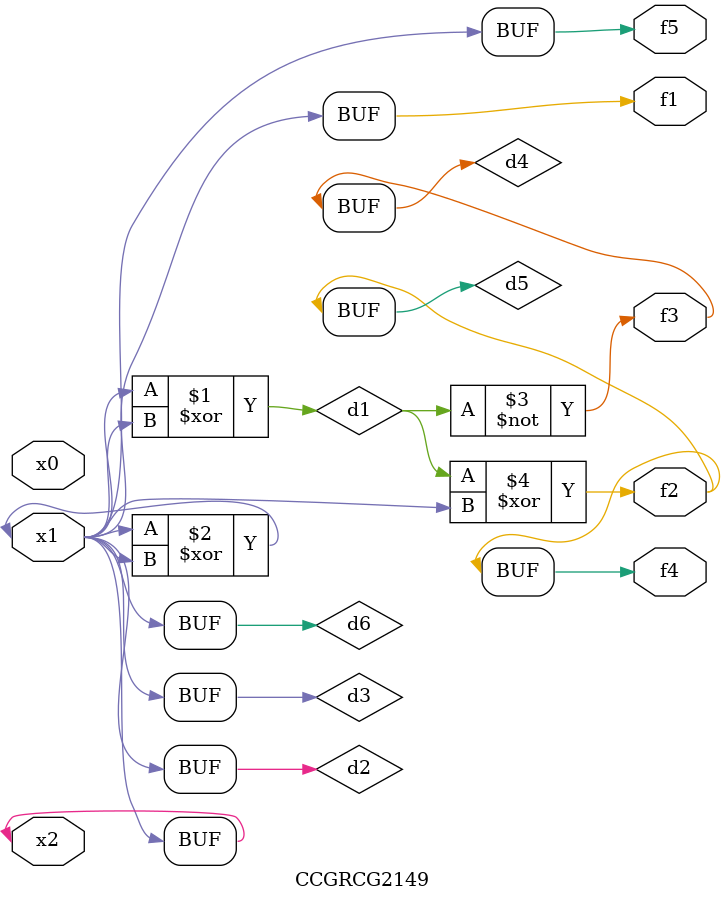
<source format=v>
module CCGRCG2149(
	input x0, x1, x2,
	output f1, f2, f3, f4, f5
);

	wire d1, d2, d3, d4, d5, d6;

	xor (d1, x1, x2);
	buf (d2, x1, x2);
	xor (d3, x1, x2);
	nor (d4, d1);
	xor (d5, d1, d2);
	buf (d6, d2, d3);
	assign f1 = d6;
	assign f2 = d5;
	assign f3 = d4;
	assign f4 = d5;
	assign f5 = d6;
endmodule

</source>
